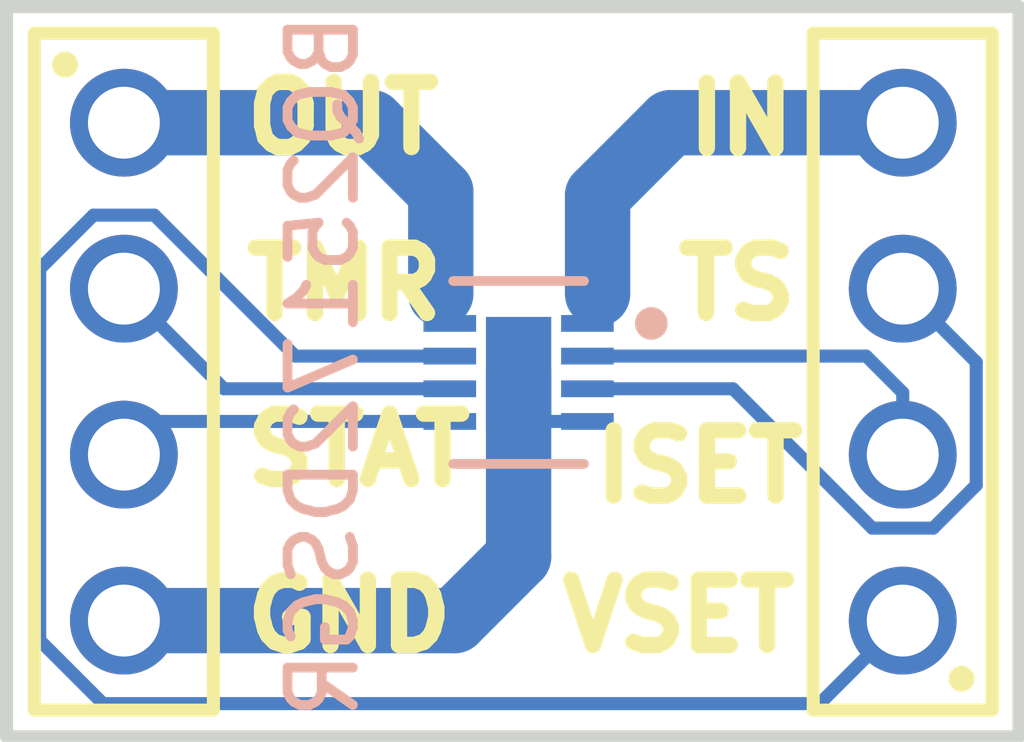
<source format=kicad_pcb>
(kicad_pcb (version 20240108) (generator "pcbnew") (generator_version "8.0")
  (layers (0 "F.Cu" signal) (31 "B.Cu" signal) (34 "B.Paste" user) (35 "F.Paste" user) (36 "B.SilkS" user "B.Silkscreen") (37 "F.SilkS" user "F.Silkscreen") (38 "B.Mask" user) (39 "F.Mask" user) (44 "Edge.Cuts" user))
  (net 0 "")
  (net 1 "/GND")
  (net 2 "/TMR")
  (net 3 "/STAT")
  (net 4 "/OUT")
  (net 5 "/VSET")
  (net 6 "/IN")
  (net 7 "/TS")
  (footprint "Capstone:61300411121" (layer "F.Cu") (at 153.67 97.79 90)
    (property "Reference" "J2" (hide yes))
    (property "Value" "61300411121")
    (fp_line (start 5.18 -1.37) (end 5.18 1.37) (stroke (width 0.2)) (layer "F.SilkS"))
    (fp_line (start -5.18 -1.37) (end 5.18 -1.37) (stroke (width 0.2)) (layer "F.SilkS"))
    (fp_line (start 5.18 1.37) (end -5.18 1.37) (stroke (width 0.2)) (layer "F.SilkS"))
    (fp_line (start -5.18 1.37) (end -5.18 -1.37) (stroke (width 0.2)) (layer "F.SilkS"))
    (fp_circle (center -4.7 0.9) (end -4.6 0.9) (stroke (width 0.2)) (fill none) (layer "F.SilkS"))
    (pad "1" thru_hole circle (at -3.81 0 90) (size 1.65 1.65) (drill 1.1) (layers "*.Cu" "*.Mask") (net 5 "/VSET"))
    (pad "2" thru_hole circle (at -1.27 0 90) (size 1.65 1.65) (drill 1.1) (layers "*.Cu" "*.Mask") (net 6 "/IN"))
    (pad "3" thru_hole circle (at 1.27 0 90) (size 1.65 1.65) (drill 1.1) (layers "*.Cu" "*.Mask") (net 7 "/TS"))
    (pad "4" thru_hole circle (at 3.81 0 90) (size 1.65 1.65) (drill 1.1) (layers "*.Cu" "*.Mask") (net 6 "/IN"))
  )
  (footprint "Capstone:61300411121" (layer "F.Cu") (at 141.75 97.79 -90)
    (property "Reference" "J1" (hide yes))
    (property "Value" "61300411121")
    (fp_line (start -5.18 1.37) (end -5.18 -1.37) (stroke (width 0.2)) (layer "F.SilkS"))
    (fp_line (start 5.18 1.37) (end -5.18 1.37) (stroke (width 0.2)) (layer "F.SilkS"))
    (fp_line (start -5.18 -1.37) (end 5.18 -1.37) (stroke (width 0.2)) (layer "F.SilkS"))
    (fp_line (start 5.18 -1.37) (end 5.18 1.37) (stroke (width 0.2)) (layer "F.SilkS"))
    (fp_circle (center -4.7 0.9) (end -4.6 0.9) (stroke (width 0.2)) (fill none) (layer "F.SilkS"))
    (pad "1" thru_hole circle (at -3.81 0 270) (size 1.65 1.65) (drill 1.1) (layers "*.Cu" "*.Mask") (net 4 "/OUT"))
    (pad "2" thru_hole circle (at -1.27 0 270) (size 1.65 1.65) (drill 1.1) (layers "*.Cu" "*.Mask") (net 2 "/TMR"))
    (pad "3" thru_hole circle (at 1.27 0 270) (size 1.65 1.65) (drill 1.1) (layers "*.Cu" "*.Mask") (net 3 "/STAT"))
    (pad "4" thru_hole circle (at 3.81 0 270) (size 1.65 1.65) (drill 1.1) (layers "*.Cu" "*.Mask") (net 1 "/GND"))
  )
  (footprint "Capstone:DSG0008A-IPC_A" (layer "B.Cu") (at 147.790967 97.801999 180)
    (property "Reference" "U1" (hide yes))
    (property "Value" "BQ25172DSGR" (at 2.990967 0.101999 90) (layer "B.SilkS") (effects (justify mirror)))
    (fp_line (start 1.000001 1.4) (end -1.000001 1.4) (stroke (width 0.15)) (layer "B.SilkS"))
    (fp_line (start 1.000001 -1.4) (end -1.000001 -1.4) (stroke (width 0.15)) (layer "B.SilkS"))
    (fp_circle (center -2.031065 0.750001) (end -1.906064 0.750001) (stroke (width 0.25)) (fill none) (layer "B.SilkS"))
    (pad "1" smd rect (at -1.053033 0.749998 180) (size 0.806066 0.256842) (layers "B.Cu" "B.Paste" "B.Mask") (net 6 "/IN"))
    (pad "2" smd rect (at -1.053033 0.25 180) (size 0.806066 0.256842) (layers "B.Cu" "B.Paste" "B.Mask") (net 6 "/IN"))
    (pad "3" smd rect (at -1.053033 -0.25 180) (size 0.806066 0.256842) (layers "B.Cu" "B.Paste" "B.Mask") (net 7 "/TS"))
    (pad "4" smd rect (at -1.053033 -0.750001 180) (size 0.806066 0.256842) (layers "B.Cu" "B.Paste" "B.Mask") (net 1 "/GND"))
    (pad "5" smd rect (at 1.053033 -0.750001 180) (size 0.806066 0.256842) (layers "B.Cu" "B.Paste" "B.Mask") (net 3 "/STAT"))
    (pad "6" smd rect (at 1.053033 -0.25 180) (size 0.806066 0.256842) (layers "B.Cu" "B.Paste" "B.Mask") (net 2 "/TMR"))
    (pad "7" smd rect (at 1.053033 0.25 180) (size 0.806066 0.256842) (layers "B.Cu" "B.Paste" "B.Mask") (net 5 "/VSET"))
    (pad "8" smd rect (at 1.053033 0.749998 180) (size 0.806066 0.256842) (layers "B.Cu" "B.Paste" "B.Mask") (net 4 "/OUT"))
    (pad "9" smd rect (at 0 0 180) (size 1 1.699999) (layers "B.Cu" "B.Mask") (net 1 "/GND"))
  )
  (gr_rect (start 139.954 92.202) (end 155.448 103.378) (stroke (width 0.2)) (fill none) (layer "Edge.Cuts"))
  (gr_text "OUT" (at 143.51 94.488 0) (layer "F.SilkS") (effects (font (size 1 1) (thickness 0.25) (bold yes)) (justify left bottom)))
  (gr_text "IN" (at 150.27 94.5 0) (layer "F.SilkS") (effects (font (size 1 1) (thickness 0.25) (bold yes)) (justify left bottom)))
  (gr_text "VSET" (at 148.336 102.108 0) (layer "F.SilkS") (effects (font (size 1 1) (thickness 0.25) (bold yes)) (justify left bottom)))
  (gr_text "TS" (at 150.114 97.028 0) (layer "F.SilkS") (effects (font (size 1 1) (thickness 0.25) (bold yes)) (justify left bottom)))
  (gr_text "ISET" (at 148.844 99.822 0) (layer "F.SilkS") (effects (font (size 1 1) (thickness 0.25) (bold yes)) (justify left bottom)))
  (gr_text "GND" (at 143.51 102.108 0) (layer "F.SilkS") (effects (font (size 1 1) (thickness 0.25) (bold yes)) (justify left bottom)))
  (gr_text "STAT" (at 143.51 99.568 0) (layer "F.SilkS") (effects (font (size 1 1) (thickness 0.25) (bold yes)) (justify left bottom)))
  (gr_text "TMR" (at 143.51 97.028 0) (layer "F.SilkS") (effects (font (size 1 1) (thickness 0.25) (bold yes)) (justify left bottom)))
  (segment (start 148.844 98.552) (end 148.212547 98.552) (width 0.2) (layer "B.Cu") (net 1))
  (segment (start 147.790967 100.621033) (end 146.812 101.6) (width 1) (layer "B.Cu") (net 1))
  (segment (start 147.790967 97.801999) (end 147.790967 100.621033) (width 1) (layer "B.Cu") (net 1))
  (segment (start 148.212547 98.552) (end 147.790967 98.13042) (width 0.2) (layer "B.Cu") (net 1))
  (segment (start 147.790967 98.13042) (end 147.790967 97.801999) (width 0.2) (layer "B.Cu") (net 1))
  (segment (start 146.812 101.6) (end 141.75 101.6) (width 1) (layer "B.Cu") (net 1))
  (segment (start 143.281999 98.051999) (end 141.75 96.52) (width 0.2) (layer "B.Cu") (net 2))
  (segment (start 146.737934 98.051999) (end 143.281999 98.051999) (width 0.2) (layer "B.Cu") (net 2))
  (segment (start 142.258 98.552) (end 141.75 99.06) (width 0.2) (layer "B.Cu") (net 3))
  (segment (start 146.737934 98.552) (end 142.258 98.552) (width 0.2) (layer "B.Cu") (net 3))
  (segment (start 146.6 96.6) (end 146.6 95.038) (width 1) (layer "B.Cu") (net 4))
  (segment (start 145.542 93.98) (end 141.75 93.98) (width 1) (layer "B.Cu") (net 4))
  (segment (start 146.6 95.038) (end 145.542 93.98) (width 1) (layer "B.Cu") (net 4))
  (segment (start 144.37299 97.551999) (end 142.215991 95.395) (width 0.2) (layer "B.Cu") (net 5))
  (segment (start 140.462 96.217009) (end 140.462 101.902991) (width 0.2) (layer "B.Cu") (net 5))
  (segment (start 146.737934 97.551999) (end 144.37299 97.551999) (width 0.2) (layer "B.Cu") (net 5))
  (segment (start 142.215991 95.395) (end 141.284009 95.395) (width 0.2) (layer "B.Cu") (net 5))
  (segment (start 140.462 101.902991) (end 141.429009 102.87) (width 0.2) (layer "B.Cu") (net 5))
  (segment (start 141.284009 95.395) (end 140.462 96.217009) (width 0.2) (layer "B.Cu") (net 5))
  (segment (start 141.429009 102.87) (end 152.4 102.87) (width 0.2) (layer "B.Cu") (net 5))
  (segment (start 152.4 102.87) (end 153.67 101.6) (width 0.2) (layer "B.Cu") (net 5))
  (segment (start 153.111008 97.551999) (end 153.67 98.110991) (width 0.2) (layer "B.Cu") (net 6))
  (segment (start 148.844 97.551999) (end 153.111008 97.551999) (width 0.2) (layer "B.Cu") (net 6))
  (segment (start 153.67 98.110991) (end 153.67 99.06) (width 0.2) (layer "B.Cu") (net 6))
  (segment (start 149 95.094) (end 150.114 93.98) (width 1) (layer "B.Cu") (net 6))
  (segment (start 149 96.6) (end 149 95.094) (width 1) (layer "B.Cu") (net 6))
  (segment (start 150.114 93.98) (end 153.67 93.98) (width 1) (layer "B.Cu") (net 6))
  (segment (start 154.135991 100.185) (end 154.795 99.525991) (width 0.2) (layer "B.Cu") (net 7))
  (segment (start 153.204009 100.185) (end 154.135991 100.185) (width 0.2) (layer "B.Cu") (net 7))
  (segment (start 148.844 98.051999) (end 151.071008 98.051999) (width 0.2) (layer "B.Cu") (net 7))
  (segment (start 154.795 99.525991) (end 154.795 97.645) (width 0.2) (layer "B.Cu") (net 7))
  (segment (start 151.071008 98.051999) (end 153.204009 100.185) (width 0.2) (layer "B.Cu") (net 7))
  (segment (start 154.795 97.645) (end 153.67 96.52) (width 0.2) (layer "B.Cu") (net 7))
)
</source>
